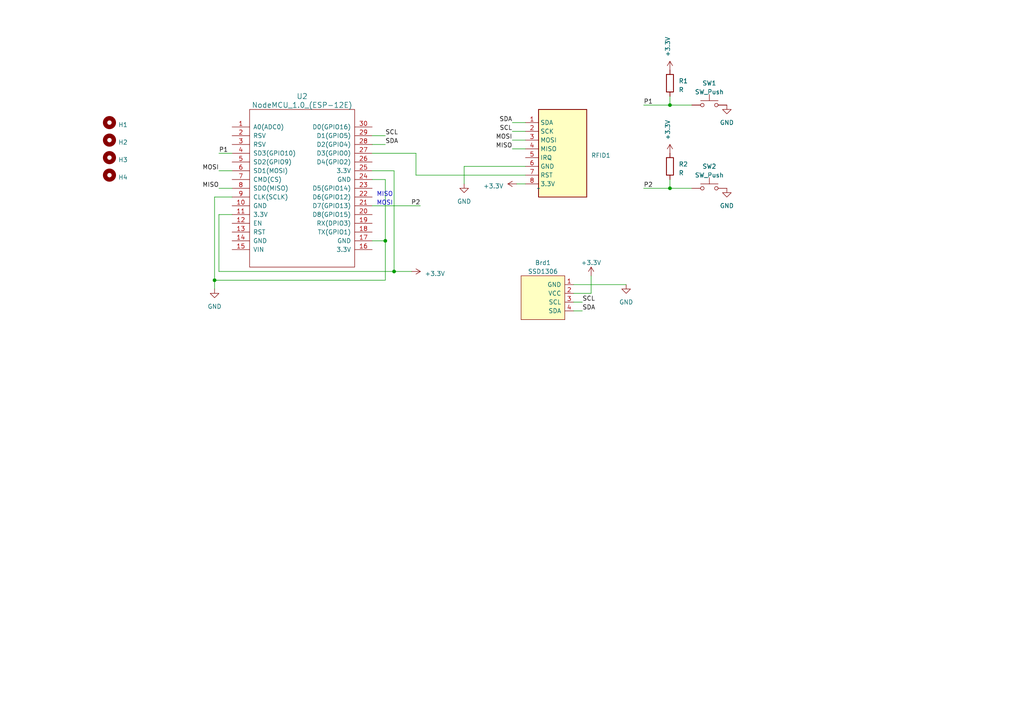
<source format=kicad_sch>
(kicad_sch (version 20230121) (generator eeschema)
  (paper "A4")
  (lib_symbols
    (symbol "Device:R" (pin_numbers hide) (pin_names (offset 0))
      (property "Reference" "R" (at 2.032 0 90))
      (property "Value" "R" (at 0 0 90))
      (symbol "R_0_1"
        (rectangle (start -1.016 -2.54) (end 1.016 2.54) (stroke (width 0.254)))
      )
      (symbol "R_1_1"
        (pin passive line (at 0 3.81 270) (length 1.27) (name "~") (number "1"))
        (pin passive line (at 0 -3.81 90) (length 1.27) (name "~") (number "2"))
      )
    )
    (symbol "ESP8266:NodeMCU_1.0_(ESP-12E)" (pin_names (offset 1.016))
      (property "Reference" "U" (at 0 21.59 0))
      (property "Value" "NodeMCU_1.0_(ESP-12E)" (at 0 -21.59 0))
      (symbol "NodeMCU_1.0_(ESP-12E)_0_1"
        (rectangle (start -15.24 -22.86) (end 15.24 22.86))
      )
      (symbol "NodeMCU_1.0_(ESP-12E)_1_1"
        (pin input line (at -20.32 17.78 0) (length 5.08) (name "A0(ADC0)") (number "1"))
        (pin input line (at -20.32 -5.08 0) (length 5.08) (name "GND") (number "10"))
        (pin power_out line (at -20.32 -7.62 0) (length 5.08) (name "3.3V") (number "11"))
        (pin input line (at -20.32 -10.16 0) (length 5.08) (name "EN") (number "12"))
        (pin input line (at -20.32 -12.7 0) (length 5.08) (name "RST") (number "13"))
        (pin power_in line (at -20.32 -15.24 0) (length 5.08) (name "GND") (number "14"))
        (pin power_in line (at -20.32 -17.78 0) (length 5.08) (name "VIN") (number "15"))
        (pin power_out line (at 20.32 -17.78 180) (length 5.08) (name "3.3V") (number "16"))
        (pin power_in line (at 20.32 -15.24 180) (length 5.08) (name "GND") (number "17"))
        (pin bidirectional line (at 20.32 -12.7 180) (length 5.08) (name "TX(GPIO1)") (number "18"))
        (pin bidirectional line (at 20.32 -10.16 180) (length 5.08) (name "RX(DPIO3)") (number "19"))
        (pin input line (at -20.32 15.24 0) (length 5.08) (name "RSV") (number "2"))
        (pin bidirectional line (at 20.32 -7.62 180) (length 5.08) (name "D8(GPIO15)") (number "20"))
        (pin bidirectional line (at 20.32 -5.08 180) (length 5.08) (name "D7(GPIO13)") (number "21"))
        (pin bidirectional line (at 20.32 -2.54 180) (length 5.08) (name "D6(GPIO12)") (number "22"))
        (pin bidirectional line (at 20.32 0 180) (length 5.08) (name "D5(GPIO14)") (number "23"))
        (pin power_in line (at 20.32 2.54 180) (length 5.08) (name "GND") (number "24"))
        (pin power_out line (at 20.32 5.08 180) (length 5.08) (name "3.3V") (number "25"))
        (pin bidirectional line (at 20.32 7.62 180) (length 5.08) (name "D4(GPIO2)") (number "26"))
        (pin bidirectional line (at 20.32 10.16 180) (length 5.08) (name "D3(GPIO0)") (number "27"))
        (pin bidirectional line (at 20.32 12.7 180) (length 5.08) (name "D2(GPIO4)") (number "28"))
        (pin bidirectional line (at 20.32 15.24 180) (length 5.08) (name "D1(GPIO5)") (number "29"))
        (pin input line (at -20.32 12.7 0) (length 5.08) (name "RSV") (number "3"))
        (pin bidirectional line (at 20.32 17.78 180) (length 5.08) (name "D0(GPIO16)") (number "30"))
        (pin bidirectional line (at -20.32 10.16 0) (length 5.08) (name "SD3(GPIO10)") (number "4"))
        (pin bidirectional line (at -20.32 7.62 0) (length 5.08) (name "SD2(GPIO9)") (number "5"))
        (pin bidirectional line (at -20.32 5.08 0) (length 5.08) (name "SD1(MOSI)") (number "6"))
        (pin bidirectional line (at -20.32 2.54 0) (length 5.08) (name "CMD(CS)") (number "7"))
        (pin bidirectional line (at -20.32 0 0) (length 5.08) (name "SDO(MISO)") (number "8"))
        (pin bidirectional line (at -20.32 -2.54 0) (length 5.08) (name "CLK(SCLK)") (number "9"))
      )
    )
    (symbol "Mechanical:MountingHole" (pin_names (offset 1.016))
      (property "Reference" "H" (at 0 5.08 0))
      (property "Value" "MountingHole" (at 0 3.175 0))
      (symbol "MountingHole_0_1"
        (circle (center 0 0) (radius 1.27) (stroke (width 1.27)))
      )
    )
    (symbol "RestRoomTime:RFID"
      (property "Reference" "RFID" (at 2.54 -3.81 0))
      (symbol "RFID_1_1"
        (rectangle (start 0 22.86) (end 13.97 -2.54) (stroke (width 0.254)) (fill (type background)))
        (pin passive line (at -3.81 19.05 0) (length 3.81) (name "SDA") (number "1"))
        (pin passive line (at -3.81 16.51 0) (length 3.81) (name "SCK") (number "2"))
        (pin passive line (at -3.81 13.97 0) (length 3.81) (name "MOSI") (number "3"))
        (pin passive line (at -3.81 11.43 0) (length 3.81) (name "MISO") (number "4"))
        (pin passive line (at -3.81 8.89 0) (length 3.81) (name "IRQ") (number "5"))
        (pin passive line (at -3.81 6.35 0) (length 3.81) (name "GND") (number "6"))
        (pin passive line (at -3.81 3.81 0) (length 3.81) (name "RST") (number "7"))
        (pin passive line (at -3.81 1.27 0) (length 3.81) (name "3.3V") (number "8"))
      )
    )
    (symbol "SSD1306-128x64_OLED:SSD1306" (pin_names (offset 1.016))
      (property "Reference" "Brd" (at 0 -3.81 0))
      (property "Value" "SSD1306" (at 0 -1.27 0))
      (symbol "SSD1306_0_1"
        (rectangle (start -6.35 6.35) (end 6.35 -6.35) (fill (type background)))
      )
      (symbol "SSD1306_1_1"
        (pin input line (at -3.81 8.89 270) (length 2.54) (name "GND") (number "1"))
        (pin input line (at -1.27 8.89 270) (length 2.54) (name "VCC") (number "2"))
        (pin input line (at 1.27 8.89 270) (length 2.54) (name "SCL") (number "3"))
        (pin input line (at 3.81 8.89 270) (length 2.54) (name "SDA") (number "4"))
      )
    )
    (symbol "Switch:SW_Push" (pin_numbers hide) (pin_names (offset 1.016) hide)
      (property "Reference" "SW" (at 1.27 2.54 0))
      (property "Value" "SW_Push" (at 0 -1.524 0))
      (symbol "SW_Push_0_1"
        (circle (center -2.032 0) (radius 0.508))
        (polyline (pts (xy 0 1.27) (xy 0 3.048)))
        (polyline (pts (xy 2.54 1.27) (xy -2.54 1.27)))
        (circle (center 2.032 0) (radius 0.508))
        (pin passive line (at -5.08 0 0) (length 2.54) (name "1") (number "1"))
        (pin passive line (at 5.08 0 180) (length 2.54) (name "2") (number "2"))
      )
    )
    (symbol "power:+3.3V" (power) (pin_names (offset 0))
      (property "Value" "+3.3V" (at 0 3.556 0))
      (symbol "+3.3V_0_1"
        (polyline (pts (xy -0.762 1.27) (xy 0 2.54)))
        (polyline (pts (xy 0 0) (xy 0 2.54)))
        (polyline (pts (xy 0 2.54) (xy 0.762 1.27)))
      )
      (symbol "+3.3V_1_1"
        (pin power_in line (at 0 0 90) (length 0) hide (name "+3.3V") (number "1"))
      )
    )
    (symbol "power:GND" (power) (pin_names (offset 0))
      (property "Value" "GND" (at 0 -3.81 0))
      (symbol "GND_0_1"
        (polyline (pts (xy 0 0) (xy 0 -1.27) (xy 1.27 -1.27) (xy 0 -2.54) (xy -1.27 -1.27) (xy 0 -1.27)))
      )
      (symbol "GND_1_1"
        (pin power_in line (at 0 0 270) (length 0) hide (name "GND") (number "1"))
      )
    )
  )
  (junction (at 114.3 78.74))
  (junction (at 194.31 54.61))
  (junction (at 194.31 30.48))
  (junction (at 111.76 69.85))
  (junction (at 62.23 81.28))
  (wire (pts (xy 107.95 39.37) (xy 111.76 39.37)))
  (wire (pts (xy 194.31 54.61) (xy 200.66 54.61)))
  (wire (pts (xy 107.95 52.07) (xy 111.76 52.07)))
  (wire (pts (xy 134.62 53.34) (xy 134.62 48.26)))
  (wire (pts (xy 107.95 69.85) (xy 111.76 69.85)))
  (wire (pts (xy 152.4 35.56) (xy 148.59 35.56)))
  (wire (pts (xy 63.5 62.23) (xy 67.31 62.23)))
  (wire (pts (xy 120.65 44.45) (xy 107.95 44.45)))
  (wire (pts (xy 152.4 50.8) (xy 120.65 50.8)))
  (wire (pts (xy 62.23 57.15) (xy 67.31 57.15)))
  (wire (pts (xy 194.31 30.48) (xy 200.66 30.48)))
  (wire (pts (xy 152.4 43.18) (xy 148.59 43.18)))
  (wire (pts (xy 114.3 49.53) (xy 114.3 78.74)))
  (wire (pts (xy 114.3 78.74) (xy 119.38 78.74)))
  (wire (pts (xy 194.31 52.07) (xy 194.31 54.61)))
  (wire (pts (xy 134.62 48.26) (xy 152.4 48.26)))
  (wire (pts (xy 111.76 81.28) (xy 62.23 81.28)))
  (wire (pts (xy 67.31 49.53) (xy 63.5 49.53)))
  (wire (pts (xy 186.69 54.61) (xy 194.31 54.61)))
  (wire (pts (xy 114.3 78.74) (xy 63.5 78.74)))
  (wire (pts (xy 107.95 41.91) (xy 111.76 41.91)))
  (wire (pts (xy 107.95 59.69) (xy 121.92 59.69)))
  (wire (pts (xy 166.37 82.55) (xy 181.61 82.55)))
  (wire (pts (xy 152.4 40.64) (xy 148.59 40.64)))
  (wire (pts (xy 67.31 54.61) (xy 63.5 54.61)))
  (wire (pts (xy 166.37 90.17) (xy 168.91 90.17)))
  (wire (pts (xy 63.5 44.45) (xy 67.31 44.45)))
  (wire (pts (xy 166.37 85.09) (xy 171.45 85.09)))
  (wire (pts (xy 62.23 83.82) (xy 62.23 81.28)))
  (wire (pts (xy 166.37 87.63) (xy 168.91 87.63)))
  (wire (pts (xy 149.86 53.34) (xy 152.4 53.34)))
  (wire (pts (xy 120.65 50.8) (xy 120.65 44.45)))
  (wire (pts (xy 152.4 38.1) (xy 148.59 38.1)))
  (wire (pts (xy 171.45 80.01) (xy 171.45 85.09)))
  (wire (pts (xy 194.31 27.94) (xy 194.31 30.48)))
  (wire (pts (xy 63.5 78.74) (xy 63.5 62.23)))
  (wire (pts (xy 111.76 69.85) (xy 111.76 81.28)))
  (wire (pts (xy 111.76 52.07) (xy 111.76 69.85)))
  (wire (pts (xy 107.95 49.53) (xy 114.3 49.53)))
  (wire (pts (xy 62.23 57.15) (xy 62.23 81.28)))
  (wire (pts (xy 186.69 30.48) (xy 194.31 30.48)))
  (text "MOSI" (at 109.22 59.69 0) (effects (font (size 1.27 1.27)) (justify left bottom)))
  (text "MISO" (at 109.22 57.15 0) (effects (font (size 1.27 1.27)) (justify left bottom)))
  (label "SCL" (at 111.76 39.37 0))
  (label "MISO" (at 63.5 54.61 180))
  (label "P1" (at 186.69 30.48 0))
  (label "MOSI" (at 148.59 40.64 180))
  (label "P1" (at 63.5 44.45 0))
  (label "SDA" (at 148.59 35.56 180))
  (label "SCL" (at 148.59 38.1 180))
  (label "P2" (at 186.69 54.61 0))
  (label "MISO" (at 148.59 43.18 180))
  (label "MOSI" (at 63.5 49.53 180))
  (label "SDA" (at 168.91 90.17 0))
  (label "SCL" (at 168.91 87.63 0))
  (label "SDA" (at 111.76 41.91 0))
  (label "P2" (at 121.92 59.69 180))
  (symbol (lib_id "power:GND") (at 181.61 82.55 0) (unit 1)
    (property "Reference" "#PWR05" (effects hide))
    (property "Value" "GND" (at 181.61 87.63 0))
  )
  (symbol (lib_id "power:GND") (at 134.62 53.34 0) (unit 1)
    (property "Reference" "#PWR02" (effects hide))
    (property "Value" "GND" (at 134.62 58.42 0))
  )
  (symbol (lib_id "Device:R") (at 194.31 24.13 0) (unit 1)
    (property "Reference" "R1" (at 196.85 23.495 0) (effects (justify left)))
    (property "Value" "R" (at 196.85 26.035 0) (effects (justify left)))
    (property "Footprint" "Resistor_THT:R_Axial_DIN0207_L6.3mm_D2.5mm_P10.16mm_Horizontal" (effects hide))
  )
  (symbol (lib_id "power:+3.3V") (at 149.86 53.34 90) (mirror x) (unit 1)
    (property "Reference" "#PWR01" (effects hide))
    (property "Value" "+3.3V" (at 146.05 53.975 90) (effects (justify left)))
  )
  (symbol (lib_id "ESP8266:NodeMCU_1.0_(ESP-12E)") (at 87.63 54.61 0) (unit 1)
    (property "Reference" "U2" (at 87.63 27.94 0) (effects (font (size 1.524 1.524))))
    (property "Value" "NodeMCU_1.0_(ESP-12E)" (at 87.63 30.48 0) (effects (font (size 1.524 1.524))))
    (property "Footprint" "ESP8266:NodeMCU-LoLinV3" (effects hide))
  )
  (symbol (lib_id "Device:R") (at 194.31 48.26 0) (unit 1)
    (property "Reference" "R2" (at 196.85 47.625 0) (effects (justify left)))
    (property "Value" "R" (at 196.85 50.165 0) (effects (justify left)))
    (property "Footprint" "Resistor_THT:R_Axial_DIN0207_L6.3mm_D2.5mm_P10.16mm_Horizontal" (effects hide))
  )
  (symbol (lib_id "SSD1306-128x64_OLED:SSD1306") (at 157.48 86.36 270) (unit 1)
    (property "Reference" "Brd1" (at 157.48 76.2 90))
    (property "Value" "SSD1306" (at 157.48 78.74 90))
    (property "Footprint" "SSD1306:128x64OLED" (effects hide))
  )
  (symbol (lib_id "power:+3.3V") (at 171.45 80.01 0) (unit 1)
    (property "Reference" "#PWR04" (effects hide))
    (property "Value" "+3.3V" (at 171.45 76.2 0))
  )
  (symbol (lib_id "Mechanical:MountingHole") (at 31.75 40.64 0) (unit 1)
    (property "Reference" "H2" (at 34.29 41.275 0) (effects (justify left)))
    (property "Value" "MountingHole" (effects hide))
    (property "Footprint" "MountingHole:MountingHole_3.2mm_M3" (effects hide))
  )
  (symbol (lib_id "power:GND") (at 62.23 83.82 0) (unit 1)
    (property "Reference" "#PWR03" (effects hide))
    (property "Value" "GND" (at 62.23 88.9 0))
  )
  (symbol (lib_id "Switch:SW_Push") (at 205.74 54.61 0) (unit 1)
    (property "Reference" "SW2" (at 205.74 48.26 0))
    (property "Value" "SW_Push" (at 205.74 50.8 0))
    (property "Footprint" "Button_Switch_SMD:SW_Push_1P1T_NO_6x6mm_H9.5mm" (effects hide))
  )
  (symbol (lib_id "power:+3.3V") (at 119.38 78.74 270) (unit 1)
    (property "Reference" "#PWR06" (effects hide))
    (property "Value" "+3.3V" (at 123.19 79.375 90) (effects (justify left)))
  )
  (symbol (lib_id "Mechanical:MountingHole") (at 31.75 35.56 0) (unit 1)
    (property "Reference" "H1" (at 34.29 36.195 0) (effects (justify left)))
    (property "Value" "MountingHole" (effects hide))
    (property "Footprint" "MountingHole:MountingHole_3.2mm_M3" (effects hide))
  )
  (symbol (lib_id "power:GND") (at 210.82 54.61 0) (unit 1)
    (property "Reference" "#PWR010" (effects hide))
    (property "Value" "GND" (at 210.82 59.69 0))
  )
  (symbol (lib_id "Mechanical:MountingHole") (at 31.75 50.8 0) (unit 1)
    (property "Reference" "H4" (at 34.29 51.435 0) (effects (justify left)))
    (property "Value" "MountingHole" (effects hide))
    (property "Footprint" "MountingHole:MountingHole_3.2mm_M3" (effects hide))
  )
  (symbol (lib_id "RestRoomTime:RFID") (at 156.21 54.61 0) (unit 1)
    (property "Reference" "RFID1" (at 171.45 45.085 0) (effects (justify left)))
    (property "Value" "~" (at 156.21 54.61 0))
    (property "Footprint" "RestRoomTime:RFID-RC522" (effects hide))
  )
  (symbol (lib_id "Mechanical:MountingHole") (at 31.75 45.72 0) (unit 1)
    (property "Reference" "H3" (at 34.29 46.355 0) (effects (justify left)))
    (property "Value" "MountingHole" (effects hide))
    (property "Footprint" "MountingHole:MountingHole_3.2mm_M3" (effects hide))
  )
  (symbol (lib_id "power:+3.3V") (at 194.31 44.45 0) (mirror y) (unit 1)
    (property "Reference" "#PWR09" (effects hide))
    (property "Value" "+3.3V" (at 193.675 40.64 90) (effects (justify left)))
  )
  (symbol (lib_id "power:+3.3V") (at 194.31 20.32 0) (mirror y) (unit 1)
    (property "Reference" "#PWR08" (effects hide))
    (property "Value" "+3.3V" (at 193.675 16.51 90) (effects (justify left)))
  )
  (symbol (lib_id "Switch:SW_Push") (at 205.74 30.48 0) (unit 1)
    (property "Reference" "SW1" (at 205.74 24.13 0))
    (property "Value" "SW_Push" (at 205.74 26.67 0))
    (property "Footprint" "Button_Switch_SMD:SW_Push_1P1T_NO_6x6mm_H9.5mm" (effects hide))
  )
  (symbol (lib_id "power:GND") (at 210.82 30.48 0) (unit 1)
    (property "Reference" "#PWR07" (effects hide))
    (property "Value" "GND" (at 210.82 35.56 0))
  )
)
</source>
